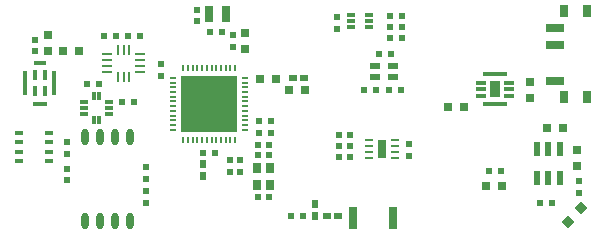
<source format=gbr>
%TF.GenerationSoftware,Altium Limited,Altium Designer,19.0.15 (446)*%
G04 Layer_Color=8421504*
%FSLAX26Y26*%
%MOIN*%
%TF.FileFunction,Paste,Top*%
%TF.Part,Single*%
G01*
G75*
%TA.AperFunction,SMDPad,CuDef*%
%ADD12R,0.021654X0.023622*%
%ADD13R,0.023622X0.021654*%
%ADD14O,0.023622X0.055118*%
%TA.AperFunction,ConnectorPad*%
%ADD15R,0.031496X0.039370*%
%ADD16R,0.059055X0.027559*%
%TA.AperFunction,SMDPad,CuDef*%
%ADD17R,0.034449X0.009842*%
%ADD18R,0.009842X0.034449*%
%ADD19R,0.027559X0.017716*%
%ADD21R,0.023622X0.047244*%
%ADD22R,0.029528X0.031496*%
%ADD23R,0.023622X0.019685*%
%ADD26R,0.035433X0.055118*%
%ADD27R,0.082677X0.013780*%
%ADD28R,0.033465X0.013780*%
%ADD29R,0.029528X0.059055*%
%ADD30R,0.027559X0.009842*%
%ADD31R,0.035433X0.023622*%
%ADD32P,0.044542X4X180.0*%
%ADD33R,0.029528X0.055118*%
%ADD38R,0.031496X0.029528*%
%ADD39R,0.019685X0.023622*%
%ADD40R,0.013780X0.078740*%
%ADD41R,0.047244X0.013780*%
%ADD42R,0.039370X0.013780*%
%ADD43R,0.015748X0.037402*%
%ADD44R,0.185039X0.185039*%
%ADD45O,0.025591X0.007874*%
%ADD46O,0.007874X0.025591*%
%ADD47R,0.031496X0.072835*%
%ADD48R,0.031496X0.033465*%
%ADD49R,0.025591X0.019685*%
%ADD50R,0.019685X0.025591*%
%ADD51R,0.025591X0.013780*%
%ADD52R,0.011811X0.031496*%
%ADD53R,0.031496X0.011811*%
%TA.AperFunction,NonConductor*%
%ADD127R,0.035433X0.015748*%
%ADD128R,0.033465X0.009842*%
%ADD129R,0.009842X0.074803*%
%ADD130R,0.011811X0.029528*%
%ADD131R,0.043307X0.009842*%
D12*
X463496Y223425D02*
D03*
Y184055D02*
D03*
X198819Y219488D02*
D03*
Y180118D02*
D03*
X1097505Y724409D02*
D03*
Y685039D02*
D03*
X1903937Y138583D02*
D03*
Y177953D02*
D03*
D13*
X1315886Y691500D02*
D03*
X1276516D02*
D03*
X1143701Y294383D02*
D03*
X1104331D02*
D03*
Y330623D02*
D03*
X1143701D02*
D03*
X1228347Y480315D02*
D03*
X1188976D02*
D03*
X1271653D02*
D03*
X1311024D02*
D03*
X1143701Y258480D02*
D03*
X1104331D02*
D03*
X1315886Y655510D02*
D03*
X1276516D02*
D03*
X1276315Y728000D02*
D03*
X1315685D02*
D03*
X1239425Y601614D02*
D03*
X1278795D02*
D03*
X1775591Y106299D02*
D03*
X1814961D02*
D03*
D14*
X260433Y46260D02*
D03*
X310433D02*
D03*
X360433D02*
D03*
X410433D02*
D03*
X260433Y323819D02*
D03*
X310433D02*
D03*
X360433D02*
D03*
X410433D02*
D03*
D15*
X1855709Y744094D02*
D03*
X1931693D02*
D03*
Y456693D02*
D03*
X1855709D02*
D03*
D16*
X1824803Y511811D02*
D03*
Y688976D02*
D03*
Y629921D02*
D03*
D17*
X332806Y540880D02*
D03*
X442018D02*
D03*
X332806Y599936D02*
D03*
Y580250D02*
D03*
Y560566D02*
D03*
X442018D02*
D03*
Y580250D02*
D03*
Y599936D02*
D03*
D18*
X407097Y615172D02*
D03*
X387412D02*
D03*
X367727D02*
D03*
X407097Y525644D02*
D03*
X367727D02*
D03*
X387412D02*
D03*
D19*
X139764Y244094D02*
D03*
Y275591D02*
D03*
Y307087D02*
D03*
Y338583D02*
D03*
X37401D02*
D03*
Y307087D02*
D03*
Y275591D02*
D03*
Y244094D02*
D03*
D21*
X1840551Y187287D02*
D03*
X1803150D02*
D03*
X1765748D02*
D03*
Y285712D02*
D03*
X1803150D02*
D03*
X1840551D02*
D03*
D22*
X1595472Y163004D02*
D03*
X1648622D02*
D03*
X993110Y480315D02*
D03*
X939961D02*
D03*
X1522834Y425984D02*
D03*
X1469685D02*
D03*
X1851378Y356299D02*
D03*
X1798228D02*
D03*
X187008Y610200D02*
D03*
X240157D02*
D03*
X841542Y517433D02*
D03*
X894691D02*
D03*
D23*
X1645669Y212381D02*
D03*
X1606299D02*
D03*
X946850Y60000D02*
D03*
X986220D02*
D03*
X834228Y124213D02*
D03*
X873598D02*
D03*
X834228Y297433D02*
D03*
X873598D02*
D03*
X834228Y263433D02*
D03*
X873598D02*
D03*
X653228Y270433D02*
D03*
X692598D02*
D03*
X676850Y673705D02*
D03*
X716220D02*
D03*
X877543Y339378D02*
D03*
X838173D02*
D03*
X877543Y377000D02*
D03*
X838173D02*
D03*
X381301Y440039D02*
D03*
X420671D02*
D03*
X360886Y662205D02*
D03*
X321516D02*
D03*
X403543D02*
D03*
X442913D02*
D03*
X303937Y502362D02*
D03*
X264567D02*
D03*
D26*
X1625000Y483465D02*
D03*
D27*
Y433268D02*
D03*
Y533662D02*
D03*
D28*
X1671260Y505118D02*
D03*
Y483465D02*
D03*
X1578740Y505118D02*
D03*
Y483465D02*
D03*
Y461811D02*
D03*
X1671260D02*
D03*
D29*
X1250000Y285433D02*
D03*
D30*
X1206693Y314961D02*
D03*
Y295276D02*
D03*
Y275590D02*
D03*
Y255905D02*
D03*
X1293307Y314961D02*
D03*
Y295276D02*
D03*
Y275590D02*
D03*
Y255905D02*
D03*
D31*
X1225394Y523622D02*
D03*
X1284449D02*
D03*
Y561024D02*
D03*
X1225394D02*
D03*
D32*
X1867493Y42689D02*
D03*
X1912035Y87231D02*
D03*
D33*
X729409Y734433D02*
D03*
X672323D02*
D03*
D38*
X792913Y672008D02*
D03*
Y618858D02*
D03*
X135827Y664370D02*
D03*
Y611220D02*
D03*
X1743110Y454764D02*
D03*
Y507913D02*
D03*
X1899606Y227362D02*
D03*
Y280512D02*
D03*
D39*
X751913Y625748D02*
D03*
Y665118D02*
D03*
X511913Y567118D02*
D03*
Y527748D02*
D03*
X775913Y247118D02*
D03*
Y207748D02*
D03*
X740913Y247118D02*
D03*
Y207748D02*
D03*
X631890Y709748D02*
D03*
Y749118D02*
D03*
X90551Y610249D02*
D03*
Y649619D02*
D03*
X1338189Y301575D02*
D03*
Y262205D02*
D03*
X198819Y269685D02*
D03*
Y309055D02*
D03*
X463496Y145118D02*
D03*
Y105748D02*
D03*
D40*
X60039Y503937D02*
D03*
X156496D02*
D03*
D41*
X108268Y436024D02*
D03*
D42*
Y571850D02*
D03*
D43*
X125984Y477362D02*
D03*
X90551D02*
D03*
Y530512D02*
D03*
X125984D02*
D03*
D44*
X672913Y435433D02*
D03*
D45*
X792008Y522047D02*
D03*
Y506299D02*
D03*
Y490551D02*
D03*
Y474803D02*
D03*
Y459055D02*
D03*
Y443307D02*
D03*
Y427559D02*
D03*
Y411811D02*
D03*
Y396063D02*
D03*
Y380315D02*
D03*
Y364567D02*
D03*
Y348819D02*
D03*
X553819D02*
D03*
Y364567D02*
D03*
Y380315D02*
D03*
Y396063D02*
D03*
Y411811D02*
D03*
Y427559D02*
D03*
Y443307D02*
D03*
Y459055D02*
D03*
Y474803D02*
D03*
Y490551D02*
D03*
Y506299D02*
D03*
Y522047D02*
D03*
D46*
X759527Y316339D02*
D03*
X743779D02*
D03*
X728031D02*
D03*
X712283D02*
D03*
X696535D02*
D03*
X680787D02*
D03*
X665039D02*
D03*
X649291D02*
D03*
X633543D02*
D03*
X617795D02*
D03*
X602047D02*
D03*
X586299D02*
D03*
Y554528D02*
D03*
X602047D02*
D03*
X617795D02*
D03*
X633543D02*
D03*
X649291D02*
D03*
X665039D02*
D03*
X680787D02*
D03*
X696535D02*
D03*
X712283D02*
D03*
X728031D02*
D03*
X743779D02*
D03*
X759527D02*
D03*
D47*
X1151063Y53150D02*
D03*
X1284921D02*
D03*
D48*
X831275Y221976D02*
D03*
X876551D02*
D03*
Y164890D02*
D03*
X831275D02*
D03*
D49*
X1103418Y60000D02*
D03*
X1066017D02*
D03*
X951772Y520472D02*
D03*
X989173D02*
D03*
D50*
X652913Y233134D02*
D03*
Y195732D02*
D03*
X1024724Y62598D02*
D03*
Y100000D02*
D03*
D51*
X1206449Y690551D02*
D03*
Y710236D02*
D03*
Y729921D02*
D03*
X1145425D02*
D03*
Y710236D02*
D03*
Y690551D02*
D03*
D52*
X307087Y462598D02*
D03*
X287402D02*
D03*
Y379921D02*
D03*
X307087D02*
D03*
D53*
X255905Y440945D02*
D03*
Y421260D02*
D03*
Y401575D02*
D03*
X338583D02*
D03*
Y421260D02*
D03*
Y440945D02*
D03*
D127*
X1625157Y468352D02*
D03*
X1625158Y503780D02*
D03*
D128*
X108268Y571847D02*
D03*
D129*
X156493Y503937D02*
D03*
X60042D02*
D03*
D130*
X125984Y477362D02*
D03*
Y530511D02*
D03*
X90551D02*
D03*
Y477362D02*
D03*
D131*
X108268Y436023D02*
D03*
%TF.MD5,06376b2c703ca0f27325c127cff2aaff*%
M02*

</source>
